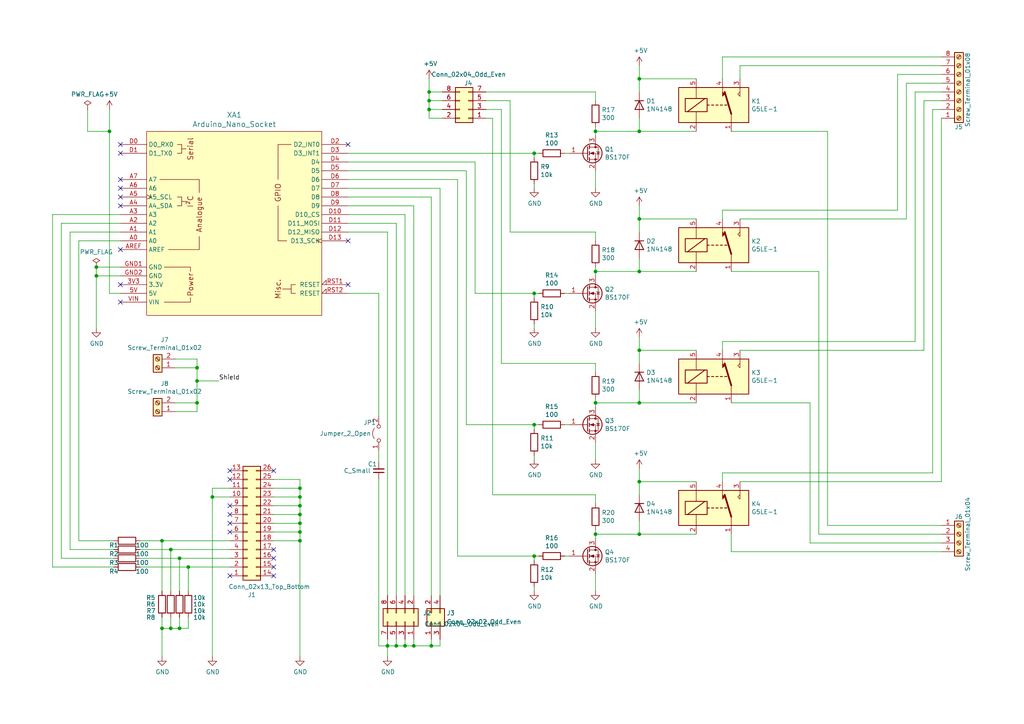
<source format=kicad_sch>
(kicad_sch (version 20200512) (host eeschema "5.99.0-unknown-ad88874~101~ubuntu18.04.1")
  (page 1 1)
  (paper "A4")
  (title_block (title "Omni Trigger Box") (date "2019-08-27") (rev "A") (company "TU Wien"))
  (lib_symbols
    (symbol "Connector:Screw_Terminal_01x02" (pin_names hide)
      (property "Reference" "J" (at 0 2.54 0))
      (property "Value" "Screw_Terminal_01x02" (at 0 -5.08 0))
      (symbol "Screw_Terminal_01x02_1_1"
        (circle (center 0 -2.54) (radius 0.635))
        (circle (center 0 0) (radius 0.635))
        (rectangle (start -1.27 1.27) (end 1.27 -3.81) (stroke (width 0.254)) (fill (type background)))
        (polyline (pts (xy -0.5334 -2.2098) (xy 0.3302 -3.048)))
        (polyline (pts (xy -0.5334 0.3302) (xy 0.3302 -0.508)))
        (polyline (pts (xy -0.3556 -2.032) (xy 0.508 -2.8702)))
        (polyline (pts (xy -0.3556 0.508) (xy 0.508 -0.3302)))
        (pin passive line (at -5.08 0 0) (length 3.81) (name "Pin_1") (number "1"))
        (pin passive line (at -5.08 -2.54 0) (length 3.81) (name "Pin_2") (number "2"))
      )
    )
    (symbol "Connector:Screw_Terminal_01x04" (pin_names hide)
      (property "Reference" "J" (at 0 5.08 0))
      (property "Value" "Screw_Terminal_01x04" (at 0 -7.62 0))
      (symbol "Screw_Terminal_01x04_1_1"
        (circle (center 0 -5.08) (radius 0.635))
        (circle (center 0 -2.54) (radius 0.635))
        (circle (center 0 0) (radius 0.635))
        (circle (center 0 2.54) (radius 0.635))
        (rectangle (start -1.27 3.81) (end 1.27 -6.35) (stroke (width 0.254)) (fill (type background)))
        (polyline (pts (xy -0.5334 -4.7498) (xy 0.3302 -5.588)))
        (polyline (pts (xy -0.5334 -2.2098) (xy 0.3302 -3.048)))
        (polyline (pts (xy -0.5334 0.3302) (xy 0.3302 -0.508)))
        (polyline (pts (xy -0.5334 2.8702) (xy 0.3302 2.032)))
        (polyline (pts (xy -0.3556 -4.572) (xy 0.508 -5.4102)))
        (polyline (pts (xy -0.3556 -2.032) (xy 0.508 -2.8702)))
        (polyline (pts (xy -0.3556 0.508) (xy 0.508 -0.3302)))
        (polyline (pts (xy -0.3556 3.048) (xy 0.508 2.2098)))
        (pin passive line (at -5.08 2.54 0) (length 3.81) (name "Pin_1") (number "1"))
        (pin passive line (at -5.08 0 0) (length 3.81) (name "Pin_2") (number "2"))
        (pin passive line (at -5.08 -2.54 0) (length 3.81) (name "Pin_3") (number "3"))
        (pin passive line (at -5.08 -5.08 0) (length 3.81) (name "Pin_4") (number "4"))
      )
    )
    (symbol "Connector:Screw_Terminal_01x08" (pin_names hide)
      (property "Reference" "J" (at 0 10.16 0))
      (property "Value" "Screw_Terminal_01x08" (at 0 -12.7 0))
      (symbol "Screw_Terminal_01x08_1_1"
        (circle (center 0 -10.16) (radius 0.635))
        (circle (center 0 -7.62) (radius 0.635))
        (circle (center 0 -5.08) (radius 0.635))
        (circle (center 0 -2.54) (radius 0.635))
        (circle (center 0 0) (radius 0.635))
        (circle (center 0 2.54) (radius 0.635))
        (circle (center 0 5.08) (radius 0.635))
        (circle (center 0 7.62) (radius 0.635))
        (rectangle (start -1.27 8.89) (end 1.27 -11.43) (stroke (width 0.254)) (fill (type background)))
        (polyline (pts (xy -0.5334 -9.8298) (xy 0.3302 -10.668)))
        (polyline (pts (xy -0.5334 -7.2898) (xy 0.3302 -8.128)))
        (polyline (pts (xy -0.5334 -4.7498) (xy 0.3302 -5.588)))
        (polyline (pts (xy -0.5334 -2.2098) (xy 0.3302 -3.048)))
        (polyline (pts (xy -0.5334 0.3302) (xy 0.3302 -0.508)))
        (polyline (pts (xy -0.5334 2.8702) (xy 0.3302 2.032)))
        (polyline (pts (xy -0.5334 5.4102) (xy 0.3302 4.572)))
        (polyline (pts (xy -0.5334 7.9502) (xy 0.3302 7.112)))
        (polyline (pts (xy -0.3556 -9.652) (xy 0.508 -10.4902)))
        (polyline (pts (xy -0.3556 -7.112) (xy 0.508 -7.9502)))
        (polyline (pts (xy -0.3556 -4.572) (xy 0.508 -5.4102)))
        (polyline (pts (xy -0.3556 -2.032) (xy 0.508 -2.8702)))
        (polyline (pts (xy -0.3556 0.508) (xy 0.508 -0.3302)))
        (polyline (pts (xy -0.3556 3.048) (xy 0.508 2.2098)))
        (polyline (pts (xy -0.3556 5.588) (xy 0.508 4.7498)))
        (polyline (pts (xy -0.3556 8.128) (xy 0.508 7.2898)))
        (pin passive line (at -5.08 7.62 0) (length 3.81) (name "Pin_1") (number "1"))
        (pin passive line (at -5.08 5.08 0) (length 3.81) (name "Pin_2") (number "2"))
        (pin passive line (at -5.08 2.54 0) (length 3.81) (name "Pin_3") (number "3"))
        (pin passive line (at -5.08 0 0) (length 3.81) (name "Pin_4") (number "4"))
        (pin passive line (at -5.08 -2.54 0) (length 3.81) (name "Pin_5") (number "5"))
        (pin passive line (at -5.08 -5.08 0) (length 3.81) (name "Pin_6") (number "6"))
        (pin passive line (at -5.08 -7.62 0) (length 3.81) (name "Pin_7") (number "7"))
        (pin passive line (at -5.08 -10.16 0) (length 3.81) (name "Pin_8") (number "8"))
      )
    )
    (symbol "Connector_Generic:Conn_02x02_Odd_Even" (pin_names hide)
      (property "Reference" "J" (at 1.27 2.54 0))
      (property "Value" "Conn_02x02_Odd_Even" (at 1.27 -5.08 0))
      (symbol "Conn_02x02_Odd_Even_1_1"
        (rectangle (start -1.27 -2.413) (end 0 -2.667))
        (rectangle (start -1.27 0.127) (end 0 -0.127))
        (rectangle (start -1.27 1.27) (end 3.81 -3.81) (stroke (width 0.254)) (fill (type background)))
        (rectangle (start 3.81 -2.413) (end 2.54 -2.667))
        (rectangle (start 3.81 0.127) (end 2.54 -0.127))
        (pin passive line (at -5.08 0 0) (length 3.81) (name "Pin_1") (number "1"))
        (pin passive line (at 7.62 0 180) (length 3.81) (name "Pin_2") (number "2"))
        (pin passive line (at -5.08 -2.54 0) (length 3.81) (name "Pin_3") (number "3"))
        (pin passive line (at 7.62 -2.54 180) (length 3.81) (name "Pin_4") (number "4"))
      )
    )
    (symbol "Connector_Generic:Conn_02x04_Odd_Even" (pin_names hide)
      (property "Reference" "J" (at 1.27 5.08 0))
      (property "Value" "Conn_02x04_Odd_Even" (at 1.27 -7.62 0))
      (symbol "Conn_02x04_Odd_Even_1_1"
        (rectangle (start -1.27 -4.953) (end 0 -5.207))
        (rectangle (start -1.27 -2.413) (end 0 -2.667))
        (rectangle (start -1.27 2.667) (end 0 2.413))
        (rectangle (start -1.27 3.81) (end 3.81 -6.35) (stroke (width 0.254)) (fill (type background)))
        (rectangle (start -1.27 0.127) (end 0 -0.127))
        (rectangle (start 3.81 -4.953) (end 2.54 -5.207))
        (rectangle (start 3.81 -2.413) (end 2.54 -2.667))
        (rectangle (start 3.81 2.667) (end 2.54 2.413))
        (rectangle (start 3.81 0.127) (end 2.54 -0.127))
        (pin passive line (at -5.08 2.54 0) (length 3.81) (name "Pin_1") (number "1"))
        (pin passive line (at 7.62 2.54 180) (length 3.81) (name "Pin_2") (number "2"))
        (pin passive line (at -5.08 0 0) (length 3.81) (name "Pin_3") (number "3"))
        (pin passive line (at 7.62 0 180) (length 3.81) (name "Pin_4") (number "4"))
        (pin passive line (at -5.08 -2.54 0) (length 3.81) (name "Pin_5") (number "5"))
        (pin passive line (at 7.62 -2.54 180) (length 3.81) (name "Pin_6") (number "6"))
        (pin passive line (at -5.08 -5.08 0) (length 3.81) (name "Pin_7") (number "7"))
        (pin passive line (at 7.62 -5.08 180) (length 3.81) (name "Pin_8") (number "8"))
      )
    )
    (symbol "Connector_Generic:Conn_02x13_Top_Bottom" (pin_names hide)
      (property "Reference" "J" (at 1.27 17.78 0))
      (property "Value" "Conn_02x13_Top_Bottom" (at 1.27 -17.78 0))
      (symbol "Conn_02x13_Top_Bottom_1_1"
        (rectangle (start -1.27 -4.953) (end 0 -5.207))
        (rectangle (start -1.27 -7.493) (end 0 -7.747))
        (rectangle (start -1.27 -10.033) (end 0 -10.287))
        (rectangle (start -1.27 -12.573) (end 0 -12.827))
        (rectangle (start -1.27 -15.113) (end 0 -15.367))
        (rectangle (start -1.27 -2.413) (end 0 -2.667))
        (rectangle (start -1.27 2.667) (end 0 2.413))
        (rectangle (start -1.27 5.207) (end 0 4.953))
        (rectangle (start -1.27 7.747) (end 0 7.493))
        (rectangle (start -1.27 10.287) (end 0 10.033))
        (rectangle (start -1.27 0.127) (end 0 -0.127))
        (rectangle (start -1.27 12.827) (end 0 12.573))
        (rectangle (start -1.27 15.367) (end 0 15.113))
        (rectangle (start -1.27 16.51) (end 3.81 -16.51) (stroke (width 0.254)) (fill (type background)))
        (rectangle (start 3.81 -4.953) (end 2.54 -5.207))
        (rectangle (start 3.81 -7.493) (end 2.54 -7.747))
        (rectangle (start 3.81 -10.033) (end 2.54 -10.287))
        (rectangle (start 3.81 -12.573) (end 2.54 -12.827))
        (rectangle (start 3.81 -15.113) (end 2.54 -15.367))
        (rectangle (start 3.81 -2.413) (end 2.54 -2.667))
        (rectangle (start 3.81 2.667) (end 2.54 2.413))
        (rectangle (start 3.81 5.207) (end 2.54 4.953))
        (rectangle (start 3.81 7.747) (end 2.54 7.493))
        (rectangle (start 3.81 10.287) (end 2.54 10.033))
        (rectangle (start 3.81 0.127) (end 2.54 -0.127))
        (rectangle (start 3.81 12.827) (end 2.54 12.573))
        (rectangle (start 3.81 15.367) (end 2.54 15.113))
        (pin passive line (at -5.08 15.24 0) (length 3.81) (name "Pin_1") (number "1"))
        (pin passive line (at -5.08 -7.62 0) (length 3.81) (name "Pin_10") (number "10"))
        (pin passive line (at -5.08 -10.16 0) (length 3.81) (name "Pin_11") (number "11"))
        (pin passive line (at -5.08 -12.7 0) (length 3.81) (name "Pin_12") (number "12"))
        (pin passive line (at -5.08 -15.24 0) (length 3.81) (name "Pin_13") (number "13"))
        (pin passive line (at 7.62 15.24 180) (length 3.81) (name "Pin_14") (number "14"))
        (pin passive line (at 7.62 12.7 180) (length 3.81) (name "Pin_15") (number "15"))
        (pin passive line (at 7.62 10.16 180) (length 3.81) (name "Pin_16") (number "16"))
        (pin passive line (at 7.62 7.62 180) (length 3.81) (name "Pin_17") (number "17"))
        (pin passive line (at 7.62 5.08 180) (length 3.81) (name "Pin_18") (number "18"))
        (pin passive line (at 7.62 2.54 180) (length 3.81) (name "Pin_19") (number "19"))
        (pin passive line (at -5.08 12.7 0) (length 3.81) (name "Pin_2") (number "2"))
        (pin passive line (at 7.62 0 180) (length 3.81) (name "Pin_20") (number "20"))
        (pin passive line (at 7.62 -2.54 180) (length 3.81) (name "Pin_21") (number "21"))
        (pin passive line (at 7.62 -5.08 180) (length 3.81) (name "Pin_22") (number "22"))
        (pin passive line (at 7.62 -7.62 180) (length 3.81) (name "Pin_23") (number "23"))
        (pin passive line (at 7.62 -10.16 180) (length 3.81) (name "Pin_24") (number "24"))
        (pin passive line (at 7.62 -12.7 180) (length 3.81) (name "Pin_25") (number "25"))
        (pin passive line (at 7.62 -15.24 180) (length 3.81) (name "Pin_26") (number "26"))
        (pin passive line (at -5.08 10.16 0) (length 3.81) (name "Pin_3") (number "3"))
        (pin passive line (at -5.08 7.62 0) (length 3.81) (name "Pin_4") (number "4"))
        (pin passive line (at -5.08 5.08 0) (length 3.81) (name "Pin_5") (number "5"))
        (pin passive line (at -5.08 2.54 0) (length 3.81) (name "Pin_6") (number "6"))
        (pin passive line (at -5.08 0 0) (length 3.81) (name "Pin_7") (number "7"))
        (pin passive line (at -5.08 -2.54 0) (length 3.81) (name "Pin_8") (number "8"))
        (pin passive line (at -5.08 -5.08 0) (length 3.81) (name "Pin_9") (number "9"))
      )
    )
    (symbol "Device:C_Small" (pin_numbers hide) (pin_names (offset 0.254) hide)
      (property "Reference" "C" (at 0.254 1.778 0))
      (property "Value" "C_Small" (at 0.254 -2.032 0))
      (symbol "C_Small_0_1"
        (polyline (pts (xy -1.524 -0.508) (xy 1.524 -0.508)) (stroke (width 0.3302)))
        (polyline (pts (xy -1.524 0.508) (xy 1.524 0.508)) (stroke (width 0.3048)))
      )
      (symbol "C_Small_1_1"
        (pin passive line (at 0 2.54 270) (length 2.032) (name "~") (number "1"))
        (pin passive line (at 0 -2.54 90) (length 2.032) (name "~") (number "2"))
      )
    )
    (symbol "Device:R" (pin_numbers hide) (pin_names (offset 0))
      (property "Reference" "R" (at 2.032 0 90))
      (property "Value" "R" (at 0 0 90))
      (symbol "R_0_1"
        (rectangle (start -1.016 -2.54) (end 1.016 2.54) (stroke (width 0.254)))
      )
      (symbol "R_1_1"
        (pin passive line (at 0 3.81 270) (length 1.27) (name "~") (number "1"))
        (pin passive line (at 0 -3.81 90) (length 1.27) (name "~") (number "2"))
      )
    )
    (symbol "Diode:1N4148" (pin_numbers hide) (pin_names hide)
      (property "Reference" "D" (at 0 2.54 0))
      (property "Value" "1N4148" (at 0 -2.54 0))
      (symbol "1N4148_0_1"
        (polyline (pts (xy -1.27 1.27) (xy -1.27 -1.27)) (stroke (width 0.254)))
        (polyline (pts (xy 1.27 0) (xy -1.27 0)))
        (polyline (pts (xy 1.27 1.27) (xy 1.27 -1.27) (xy -1.27 0) (xy 1.27 1.27)) (stroke (width 0.254)))
      )
      (symbol "1N4148_1_1"
        (pin passive line (at -3.81 0 0) (length 2.54) (name "K") (number "1"))
        (pin passive line (at 3.81 0 180) (length 2.54) (name "A") (number "2"))
      )
    )
    (symbol "Jumper:Jumper_2_Open" (pin_names (offset 0) hide)
      (property "Reference" "JP" (at 0 2.794 0))
      (property "Value" "Jumper_2_Open" (at 0 -2.286 0))
      (symbol "Jumper_2_Open_0_1"
        (arc (start -1.524 1.27) (end 1.524 1.27) (radius (at 0 -0.762) (length 2.54) (angles 126.9 53.1)))
      )
      (symbol "Jumper_2_Open_0_0"
        (circle (center -2.032 0) (radius 0.508))
        (circle (center 2.032 0) (radius 0.508))
      )
      (symbol "Jumper_2_Open_1_1"
        (pin passive line (at -5.08 0 0) (length 2.54) (name "A") (number "1"))
        (pin passive line (at 5.08 0 180) (length 2.54) (name "B") (number "2"))
      )
    )
    (symbol "Relay:G5LE-1" (pin_names (offset 0.508))
      (property "Reference" "K" (at 11.43 3.81 0))
      (property "Value" "G5LE-1" (at 11.43 1.27 0))
      (symbol "G5LE-1_0_1"
        (rectangle (start -10.16 5.08) (end 10.16 -5.08) (stroke (width 0.254)) (fill (type background)))
        (rectangle (start -8.255 1.905) (end -1.905 -1.905) (stroke (width 0.254)))
        (polyline (pts (xy -7.62 -1.905) (xy -2.54 1.905)) (stroke (width 0.254)))
        (polyline (pts (xy -5.08 -5.08) (xy -5.08 -1.905)))
        (polyline (pts (xy -5.08 5.08) (xy -5.08 1.905)))
        (polyline (pts (xy -1.905 0) (xy -1.27 0)) (stroke (width 0.254)))
        (polyline (pts (xy -0.635 0) (xy 0 0)) (stroke (width 0.254)))
        (polyline (pts (xy 0.635 0) (xy 1.27 0)) (stroke (width 0.254)))
        (polyline (pts (xy 1.905 0) (xy 2.54 0)) (stroke (width 0.254)))
        (polyline (pts (xy 3.175 0) (xy 3.81 0)) (stroke (width 0.254)))
        (polyline (pts (xy 5.08 -2.54) (xy 3.175 3.81)) (stroke (width 0.508)))
        (polyline (pts (xy 5.08 -2.54) (xy 5.08 -5.08)))
        (polyline (pts (xy 2.54 5.08) (xy 2.54 2.54) (xy 3.175 3.175) (xy 2.54 3.81)) (fill (type outline)))
      )
      (symbol "G5LE-1_0_0"
        (polyline (pts (xy 7.62 5.08) (xy 7.62 2.54) (xy 6.985 3.175) (xy 7.62 3.81)))
      )
      (symbol "G5LE-1_1_1"
        (pin passive line (at 5.08 -7.62 90) (length 2.54) (name "~") (number "1"))
        (pin passive line (at -5.08 -7.62 90) (length 2.54) (name "~") (number "2"))
        (pin passive line (at 7.62 7.62 270) (length 2.54) (name "~") (number "3"))
        (pin passive line (at 2.54 7.62 270) (length 2.54) (name "~") (number "4"))
        (pin passive line (at -5.08 7.62 270) (length 2.54) (name "~") (number "5"))
      )
    )
    (symbol "Transistor_FET:BS170F" (pin_names (offset 0.508) hide)
      (property "Reference" "Q" (at 5.08 1.905 0))
      (property "Value" "BS170F" (at 5.08 0 0))
      (symbol "BS170F_0_1"
        (circle (center 1.651 0) (radius 2.794) (stroke (width 0.254)))
        (circle (center 2.54 -1.778) (radius 0.254) (fill (type outline)))
        (circle (center 2.54 1.778) (radius 0.254) (fill (type outline)))
        (polyline (pts (xy 0.254 0) (xy -2.54 0)))
        (polyline (pts (xy 0.254 1.905) (xy 0.254 -1.905)) (stroke (width 0.254)))
        (polyline (pts (xy 0.762 -1.27) (xy 0.762 -2.286)) (stroke (width 0.254)))
        (polyline (pts (xy 0.762 0.508) (xy 0.762 -0.508)) (stroke (width 0.254)))
        (polyline (pts (xy 0.762 2.286) (xy 0.762 1.27)) (stroke (width 0.254)))
        (polyline (pts (xy 2.54 2.54) (xy 2.54 1.778)))
        (polyline (pts (xy 2.54 -2.54) (xy 2.54 0) (xy 0.762 0)))
        (polyline (pts (xy 0.762 -1.778) (xy 3.302 -1.778) (xy 3.302 1.778) (xy 0.762 1.778)))
        (polyline (pts (xy 1.016 0) (xy 2.032 0.381) (xy 2.032 -0.381) (xy 1.016 0)) (fill (type outline)))
        (polyline (pts (xy 2.794 0.508) (xy 2.921 0.381) (xy 3.683 0.381) (xy 3.81 0.254)))
        (polyline (pts (xy 3.302 0.381) (xy 2.921 -0.254) (xy 3.683 -0.254) (xy 3.302 0.381)))
      )
      (symbol "BS170F_1_1"
        (pin input line (at -5.08 0 0) (length 2.54) (name "G") (number "1"))
        (pin passive line (at 2.54 -5.08 90) (length 2.54) (name "S") (number "2"))
        (pin passive line (at 2.54 5.08 270) (length 2.54) (name "D") (number "3"))
      )
    )
    (symbol "arduino:Arduino_Nano_Socket"
      (property "Reference" "XA" (at 2.54 0 90))
      (property "Value" "Arduino_Nano_Socket" (at -2.54 0 90))
      (symbol "Arduino_Nano_Socket_0_0"
        (text "Analogue" (at -10.16 2.54 900) (effects (font (size 1.524 1.524))))
        (text "I²C" (at -12.7 6.35 900) (effects (font (size 1.524 1.524))))
        (text "Misc." (at 12.7 -19.05 900) (effects (font (size 1.524 1.524))))
        (text "Power" (at -12.7 -17.78 900) (effects (font (size 1.524 1.524))))
        (text "Serial" (at -12.7 21.59 900) (effects (font (size 1.524 1.524))))
        (rectangle (start -25.4 26.67) (end 25.4 -26.67) (fill (type background)))
        (polyline (pts (xy -15.24 6.35) (xy -13.97 6.35)))
        (polyline (pts (xy -15.24 21.59) (xy -13.97 21.59)))
        (polyline (pts (xy 16.51 -19.05) (xy 13.97 -19.05)))
        (polyline (pts (xy -20.32 -22.86) (xy -12.7 -22.86) (xy -12.7 -21.59)))
        (polyline (pts (xy -12.7 -13.97) (xy -12.7 -12.7) (xy -20.32 -12.7)))
        (polyline (pts (xy -16.51 7.62) (xy -15.24 7.62) (xy -15.24 5.08) (xy -16.51 5.08)))
        (polyline (pts (xy -16.51 22.86) (xy -15.24 22.86) (xy -15.24 20.32) (xy -16.51 20.32)))
      )
      (symbol "Arduino_Nano_Socket_1_0"
        (text "GPIO" (at 12.7 8.89 900) (effects (font (size 1.524 1.524))))
      )
      (symbol "Arduino_Nano_Socket_0_1"
        (polyline (pts (xy -21.59 12.7) (xy -10.16 12.7) (xy -10.16 8.89)))
        (polyline (pts (xy -19.05 -7.62) (xy -10.16 -7.62) (xy -10.16 -3.81)))
        (polyline (pts (xy 15.24 -5.08) (xy 12.7 -5.08) (xy 12.7 5.08)))
        (polyline (pts (xy 16.51 22.86) (xy 12.7 22.86) (xy 12.7 12.7)))
        (polyline (pts (xy 17.78 -17.78) (xy 16.51 -17.78) (xy 16.51 -20.32) (xy 17.78 -20.32)))
      )
      (symbol "Arduino_Nano_Socket_1_1"
        (pin power_in line (at -33.02 -17.78 0) (length 7.62) (name "3.3V") (number "3V3"))
        (pin power_in line (at -33.02 -20.32 0) (length 7.62) (name "5V") (number "5V"))
        (pin bidirectional line (at -33.02 -5.08 0) (length 7.62) (name "A0") (number "A0"))
        (pin bidirectional line (at -33.02 -2.54 0) (length 7.62) (name "A1") (number "A1"))
        (pin bidirectional line (at -33.02 0 0) (length 7.62) (name "A2") (number "A2"))
        (pin bidirectional line (at -33.02 2.54 0) (length 7.62) (name "A3") (number "A3"))
        (pin bidirectional line (at -33.02 5.08 0) (length 7.62) (name "A4_SDA") (number "A4"))
        (pin bidirectional clock (at -33.02 7.62 0) (length 7.62) (name "A5_SCL") (number "A5"))
        (pin input line (at -33.02 10.16 0) (length 7.62) (name "A6") (number "A6"))
        (pin input line (at -33.02 12.7 0) (length 7.62) (name "A7") (number "A7"))
        (pin input line (at -33.02 -7.62 0) (length 7.62) (name "AREF") (number "AREF"))
        (pin bidirectional line (at -33.02 22.86 0) (length 7.62) (name "D0_RX0") (number "D0"))
        (pin bidirectional line (at -33.02 20.32 0) (length 7.62) (name "D1_TX0") (number "D1"))
        (pin bidirectional line (at 33.02 2.54 180) (length 7.62) (name "D10_CS") (number "D10"))
        (pin bidirectional line (at 33.02 0 180) (length 7.62) (name "D11_MOSI") (number "D11"))
        (pin bidirectional line (at 33.02 -2.54 180) (length 7.62) (name "D12_MISO") (number "D12"))
        (pin bidirectional clock (at 33.02 -5.08 180) (length 7.62) (name "D13_SCK") (number "D13"))
        (pin bidirectional line (at 33.02 22.86 180) (length 7.62) (name "D2_INT0") (number "D2"))
        (pin bidirectional line (at 33.02 20.32 180) (length 7.62) (name "D3_INT1") (number "D3"))
        (pin bidirectional line (at 33.02 17.78 180) (length 7.62) (name "D4") (number "D4"))
        (pin bidirectional line (at 33.02 15.24 180) (length 7.62) (name "D5") (number "D5"))
        (pin bidirectional line (at 33.02 12.7 180) (length 7.62) (name "D6") (number "D6"))
        (pin bidirectional line (at 33.02 10.16 180) (length 7.62) (name "D7") (number "D7"))
        (pin bidirectional line (at 33.02 7.62 180) (length 7.62) (name "D8") (number "D8"))
        (pin bidirectional line (at 33.02 5.08 180) (length 7.62) (name "D9") (number "D9"))
        (pin power_in line (at -33.02 -12.7 0) (length 7.62) (name "GND") (number "GND1"))
        (pin power_in line (at -33.02 -15.24 0) (length 7.62) (name "GND") (number "GND2"))
        (pin open_collector input_low (at 33.02 -17.78 180) (length 7.62) (name "RESET") (number "RST1"))
        (pin open_collector input_low (at 33.02 -20.32 180) (length 7.62) (name "RESET") (number "RST2"))
        (pin power_in line (at -33.02 -22.86 0) (length 7.62) (name "VIN") (number "VIN"))
      )
    )
    (symbol "power:+5V" (power) (pin_names (offset 0))
      (property "Value" "+5V" (at 0 3.556 0))
      (symbol "+5V_0_1"
        (polyline (pts (xy -0.762 1.27) (xy 0 2.54)))
        (polyline (pts (xy 0 0) (xy 0 2.54)))
        (polyline (pts (xy 0 2.54) (xy 0.762 1.27)))
      )
      (symbol "+5V_1_1"
        (pin power_in line (at 0 0 90) (length 0) (name "+5V") (number "1") hide)
      )
    )
    (symbol "power:GND" (power) (pin_names (offset 0))
      (property "Value" "GND" (at 0 -3.81 0))
      (symbol "GND_0_1"
        (polyline (pts (xy 0 0) (xy 0 -1.27) (xy 1.27 -1.27) (xy 0 -2.54) (xy -1.27 -1.27) (xy 0 -1.27)))
      )
      (symbol "GND_1_1"
        (pin power_in line (at 0 0 270) (length 0) (name "GND") (number "1") hide)
      )
    )
    (symbol "power:PWR_FLAG" (power) (pin_numbers hide) (pin_names (offset 0) hide)
      (property "Value" "PWR_FLAG" (at 0 3.81 0))
      (symbol "PWR_FLAG_0_1"
        (polyline (pts (xy 0 0) (xy 0 1.27) (xy -1.016 1.905) (xy 0 2.54) (xy 1.016 1.905) (xy 0 1.27)))
      )
      (symbol "PWR_FLAG_0_0"
        (pin power_out line (at 0 0 90) (length 0) (name "pwr") (number "1"))
      )
    )
  )
  (junction (at 27.94 77.47))
  (junction (at 27.94 80.01))
  (junction (at 31.75 38.1))
  (junction (at 46.99 156.845))
  (junction (at 46.99 182.245))
  (junction (at 49.53 159.385))
  (junction (at 49.53 182.245))
  (junction (at 52.07 161.925))
  (junction (at 52.07 182.245))
  (junction (at 54.61 164.465))
  (junction (at 57.15 106.68))
  (junction (at 57.15 110.49))
  (junction (at 57.15 116.84))
  (junction (at 61.595 144.145))
  (junction (at 86.995 141.605))
  (junction (at 86.995 144.145))
  (junction (at 86.995 146.685))
  (junction (at 86.995 149.225))
  (junction (at 86.995 151.765))
  (junction (at 86.995 154.305))
  (junction (at 86.995 156.845))
  (junction (at 112.395 187.325))
  (junction (at 114.935 187.325))
  (junction (at 117.475 187.325))
  (junction (at 120.015 187.325))
  (junction (at 124.46 26.67))
  (junction (at 124.46 29.21))
  (junction (at 124.46 31.75))
  (junction (at 125.095 187.325))
  (junction (at 154.94 44.45))
  (junction (at 154.94 85.09))
  (junction (at 154.94 123.19))
  (junction (at 154.94 161.29))
  (junction (at 172.72 38.1))
  (junction (at 172.72 78.74))
  (junction (at 172.72 116.84))
  (junction (at 172.72 154.94))
  (junction (at 185.42 22.86))
  (junction (at 185.42 38.1))
  (junction (at 185.42 63.5))
  (junction (at 185.42 78.74))
  (junction (at 185.42 101.6))
  (junction (at 185.42 116.84))
  (junction (at 185.42 139.7))
  (junction (at 185.42 154.94))
  (no_connect (at 79.375 159.385))
  (no_connect (at 66.675 151.765))
  (no_connect (at 66.675 146.685))
  (no_connect (at 79.375 161.925))
  (no_connect (at 34.925 87.63))
  (no_connect (at 79.375 136.525))
  (no_connect (at 100.965 41.91))
  (no_connect (at 34.925 44.45))
  (no_connect (at 100.965 69.85))
  (no_connect (at 34.925 41.91))
  (no_connect (at 34.925 72.39))
  (no_connect (at 66.675 139.065))
  (no_connect (at 79.375 167.005))
  (no_connect (at 79.375 164.465))
  (no_connect (at 66.675 136.525))
  (no_connect (at 34.925 52.07))
  (no_connect (at 34.925 54.61))
  (no_connect (at 66.675 149.225))
  (no_connect (at 66.675 154.305))
  (no_connect (at 66.675 167.005))
  (no_connect (at 34.925 57.15))
  (no_connect (at 100.965 82.55))
  (no_connect (at 34.925 59.69))
  (no_connect (at 34.925 82.55))
  (wire (pts (xy 15.24 62.23) (xy 15.24 164.465)))
  (wire (pts (xy 15.24 62.23) (xy 34.925 62.23)))
  (wire (pts (xy 15.24 164.465) (xy 33.02 164.465)))
  (wire (pts (xy 17.78 64.77) (xy 17.78 161.925)))
  (wire (pts (xy 17.78 64.77) (xy 34.925 64.77)))
  (wire (pts (xy 17.78 161.925) (xy 33.02 161.925)))
  (wire (pts (xy 20.32 67.31) (xy 20.32 159.385)))
  (wire (pts (xy 20.32 67.31) (xy 34.925 67.31)))
  (wire (pts (xy 20.32 159.385) (xy 33.02 159.385)))
  (wire (pts (xy 22.86 69.85) (xy 22.86 156.845)))
  (wire (pts (xy 22.86 69.85) (xy 34.925 69.85)))
  (wire (pts (xy 22.86 156.845) (xy 33.02 156.845)))
  (wire (pts (xy 25.4 31.75) (xy 25.4 38.1)))
  (wire (pts (xy 25.4 38.1) (xy 31.75 38.1)))
  (wire (pts (xy 27.94 77.47) (xy 27.94 80.01)))
  (wire (pts (xy 27.94 80.01) (xy 27.94 95.25)))
  (wire (pts (xy 27.94 80.01) (xy 34.925 80.01)))
  (wire (pts (xy 31.75 31.75) (xy 31.75 38.1)))
  (wire (pts (xy 31.75 38.1) (xy 31.75 85.09)))
  (wire (pts (xy 34.925 77.47) (xy 27.94 77.47)))
  (wire (pts (xy 34.925 85.09) (xy 31.75 85.09)))
  (wire (pts (xy 40.64 156.845) (xy 46.99 156.845)))
  (wire (pts (xy 40.64 159.385) (xy 49.53 159.385)))
  (wire (pts (xy 40.64 161.925) (xy 52.07 161.925)))
  (wire (pts (xy 40.64 164.465) (xy 54.61 164.465)))
  (wire (pts (xy 46.99 156.845) (xy 46.99 171.45)))
  (wire (pts (xy 46.99 156.845) (xy 66.675 156.845)))
  (wire (pts (xy 46.99 182.245) (xy 46.99 179.07)))
  (wire (pts (xy 46.99 182.245) (xy 46.99 190.5)))
  (wire (pts (xy 46.99 182.245) (xy 49.53 182.245)))
  (wire (pts (xy 49.53 159.385) (xy 49.53 171.45)))
  (wire (pts (xy 49.53 159.385) (xy 66.675 159.385)))
  (wire (pts (xy 49.53 179.07) (xy 49.53 182.245)))
  (wire (pts (xy 49.53 182.245) (xy 52.07 182.245)))
  (wire (pts (xy 50.8 104.14) (xy 57.15 104.14)))
  (wire (pts (xy 50.8 106.68) (xy 57.15 106.68)))
  (wire (pts (xy 50.8 116.84) (xy 57.15 116.84)))
  (wire (pts (xy 50.8 119.38) (xy 57.15 119.38)))
  (wire (pts (xy 52.07 161.925) (xy 66.675 161.925)))
  (wire (pts (xy 52.07 171.45) (xy 52.07 161.925)))
  (wire (pts (xy 52.07 179.07) (xy 52.07 182.245)))
  (wire (pts (xy 52.07 182.245) (xy 54.61 182.245)))
  (wire (pts (xy 54.61 164.465) (xy 54.61 171.45)))
  (wire (pts (xy 54.61 164.465) (xy 66.675 164.465)))
  (wire (pts (xy 54.61 179.07) (xy 54.61 182.245)))
  (wire (pts (xy 57.15 104.14) (xy 57.15 106.68)))
  (wire (pts (xy 57.15 106.68) (xy 57.15 110.49)))
  (wire (pts (xy 57.15 110.49) (xy 57.15 116.84)))
  (wire (pts (xy 57.15 110.49) (xy 63.5 110.49)))
  (wire (pts (xy 57.15 119.38) (xy 57.15 116.84)))
  (wire (pts (xy 61.595 141.605) (xy 61.595 144.145)))
  (wire (pts (xy 61.595 144.145) (xy 61.595 190.5)))
  (wire (pts (xy 61.595 144.145) (xy 66.675 144.145)))
  (wire (pts (xy 66.675 141.605) (xy 61.595 141.605)))
  (wire (pts (xy 79.375 139.065) (xy 86.995 139.065)))
  (wire (pts (xy 79.375 141.605) (xy 86.995 141.605)))
  (wire (pts (xy 79.375 144.145) (xy 86.995 144.145)))
  (wire (pts (xy 79.375 146.685) (xy 86.995 146.685)))
  (wire (pts (xy 79.375 149.225) (xy 86.995 149.225)))
  (wire (pts (xy 79.375 151.765) (xy 86.995 151.765)))
  (wire (pts (xy 79.375 154.305) (xy 86.995 154.305)))
  (wire (pts (xy 79.375 156.845) (xy 86.995 156.845)))
  (wire (pts (xy 86.995 139.065) (xy 86.995 141.605)))
  (wire (pts (xy 86.995 141.605) (xy 86.995 144.145)))
  (wire (pts (xy 86.995 144.145) (xy 86.995 146.685)))
  (wire (pts (xy 86.995 146.685) (xy 86.995 149.225)))
  (wire (pts (xy 86.995 149.225) (xy 86.995 151.765)))
  (wire (pts (xy 86.995 151.765) (xy 86.995 154.305)))
  (wire (pts (xy 86.995 154.305) (xy 86.995 156.845)))
  (wire (pts (xy 86.995 156.845) (xy 86.995 190.5)))
  (wire (pts (xy 100.965 44.45) (xy 154.94 44.45)))
  (wire (pts (xy 100.965 46.99) (xy 137.795 46.99)))
  (wire (pts (xy 100.965 49.53) (xy 135.255 49.53)))
  (wire (pts (xy 100.965 52.07) (xy 132.715 52.07)))
  (wire (pts (xy 100.965 54.61) (xy 127.635 54.61)))
  (wire (pts (xy 100.965 57.15) (xy 125.095 57.15)))
  (wire (pts (xy 100.965 59.69) (xy 120.015 59.69)))
  (wire (pts (xy 100.965 62.23) (xy 117.475 62.23)))
  (wire (pts (xy 100.965 64.77) (xy 114.935 64.77)))
  (wire (pts (xy 100.965 67.31) (xy 112.395 67.31)))
  (wire (pts (xy 109.855 85.09) (xy 100.965 85.09)))
  (wire (pts (xy 109.855 85.09) (xy 109.855 120.65)))
  (wire (pts (xy 109.855 130.81) (xy 109.855 133.985)))
  (wire (pts (xy 109.855 139.065) (xy 109.855 187.325)))
  (wire (pts (xy 109.855 187.325) (xy 112.395 187.325)))
  (wire (pts (xy 112.395 172.72) (xy 112.395 67.31)))
  (wire (pts (xy 112.395 185.42) (xy 112.395 187.325)))
  (wire (pts (xy 112.395 187.325) (xy 112.395 190.5)))
  (wire (pts (xy 114.935 64.77) (xy 114.935 172.72)))
  (wire (pts (xy 114.935 185.42) (xy 114.935 187.325)))
  (wire (pts (xy 114.935 187.325) (xy 112.395 187.325)))
  (wire (pts (xy 117.475 62.23) (xy 117.475 172.72)))
  (wire (pts (xy 117.475 185.42) (xy 117.475 187.325)))
  (wire (pts (xy 117.475 187.325) (xy 114.935 187.325)))
  (wire (pts (xy 120.015 172.72) (xy 120.015 59.69)))
  (wire (pts (xy 120.015 185.42) (xy 120.015 187.325)))
  (wire (pts (xy 120.015 187.325) (xy 117.475 187.325)))
  (wire (pts (xy 124.46 26.67) (xy 124.46 22.86)))
  (wire (pts (xy 124.46 29.21) (xy 124.46 26.67)))
  (wire (pts (xy 124.46 29.21) (xy 128.27 29.21)))
  (wire (pts (xy 124.46 31.75) (xy 124.46 29.21)))
  (wire (pts (xy 124.46 34.29) (xy 124.46 31.75)))
  (wire (pts (xy 125.095 57.15) (xy 125.095 172.72)))
  (wire (pts (xy 125.095 185.42) (xy 125.095 187.325)))
  (wire (pts (xy 125.095 187.325) (xy 120.015 187.325)))
  (wire (pts (xy 127.635 172.72) (xy 127.635 54.61)))
  (wire (pts (xy 127.635 185.42) (xy 127.635 187.325)))
  (wire (pts (xy 127.635 187.325) (xy 125.095 187.325)))
  (wire (pts (xy 128.27 26.67) (xy 124.46 26.67)))
  (wire (pts (xy 128.27 31.75) (xy 124.46 31.75)))
  (wire (pts (xy 128.27 34.29) (xy 124.46 34.29)))
  (wire (pts (xy 132.715 161.29) (xy 132.715 52.07)))
  (wire (pts (xy 132.715 161.29) (xy 154.94 161.29)))
  (wire (pts (xy 135.255 49.53) (xy 135.255 123.19)))
  (wire (pts (xy 135.255 123.19) (xy 154.94 123.19)))
  (wire (pts (xy 137.795 46.99) (xy 137.795 85.09)))
  (wire (pts (xy 137.795 85.09) (xy 154.94 85.09)))
  (wire (pts (xy 140.97 26.67) (xy 172.72 26.67)))
  (wire (pts (xy 140.97 29.21) (xy 147.955 29.21)))
  (wire (pts (xy 140.97 31.75) (xy 145.415 31.75)))
  (wire (pts (xy 140.97 34.29) (xy 142.875 34.29)))
  (wire (pts (xy 142.875 34.29) (xy 142.875 143.51)))
  (wire (pts (xy 142.875 143.51) (xy 172.72 143.51)))
  (wire (pts (xy 145.415 31.75) (xy 145.415 105.41)))
  (wire (pts (xy 145.415 105.41) (xy 172.72 105.41)))
  (wire (pts (xy 147.955 29.21) (xy 147.955 67.31)))
  (wire (pts (xy 147.955 67.31) (xy 172.72 67.31)))
  (wire (pts (xy 154.94 44.45) (xy 154.94 45.72)))
  (wire (pts (xy 154.94 53.34) (xy 154.94 54.61)))
  (wire (pts (xy 154.94 85.09) (xy 154.94 86.36)))
  (wire (pts (xy 154.94 93.98) (xy 154.94 95.25)))
  (wire (pts (xy 154.94 123.19) (xy 154.94 124.46)))
  (wire (pts (xy 154.94 132.08) (xy 154.94 133.35)))
  (wire (pts (xy 154.94 161.29) (xy 154.94 162.56)))
  (wire (pts (xy 154.94 170.18) (xy 154.94 171.45)))
  (wire (pts (xy 156.21 44.45) (xy 154.94 44.45)))
  (wire (pts (xy 156.21 85.09) (xy 154.94 85.09)))
  (wire (pts (xy 156.21 123.19) (xy 154.94 123.19)))
  (wire (pts (xy 156.21 161.29) (xy 154.94 161.29)))
  (wire (pts (xy 165.1 44.45) (xy 163.83 44.45)))
  (wire (pts (xy 165.1 85.09) (xy 163.83 85.09)))
  (wire (pts (xy 165.1 123.19) (xy 163.83 123.19)))
  (wire (pts (xy 165.1 161.29) (xy 163.83 161.29)))
  (wire (pts (xy 172.72 26.67) (xy 172.72 29.21)))
  (wire (pts (xy 172.72 36.83) (xy 172.72 38.1)))
  (wire (pts (xy 172.72 38.1) (xy 172.72 39.37)))
  (wire (pts (xy 172.72 49.53) (xy 172.72 54.61)))
  (wire (pts (xy 172.72 69.85) (xy 172.72 67.31)))
  (wire (pts (xy 172.72 77.47) (xy 172.72 78.74)))
  (wire (pts (xy 172.72 78.74) (xy 172.72 80.01)))
  (wire (pts (xy 172.72 90.17) (xy 172.72 95.25)))
  (wire (pts (xy 172.72 107.95) (xy 172.72 105.41)))
  (wire (pts (xy 172.72 115.57) (xy 172.72 116.84)))
  (wire (pts (xy 172.72 116.84) (xy 172.72 118.11)))
  (wire (pts (xy 172.72 128.27) (xy 172.72 133.35)))
  (wire (pts (xy 172.72 146.05) (xy 172.72 143.51)))
  (wire (pts (xy 172.72 153.67) (xy 172.72 154.94)))
  (wire (pts (xy 172.72 154.94) (xy 172.72 156.21)))
  (wire (pts (xy 172.72 166.37) (xy 172.72 171.45)))
  (wire (pts (xy 185.42 22.86) (xy 185.42 19.05)))
  (wire (pts (xy 185.42 22.86) (xy 185.42 26.67)))
  (wire (pts (xy 185.42 38.1) (xy 172.72 38.1)))
  (wire (pts (xy 185.42 38.1) (xy 185.42 34.29)))
  (wire (pts (xy 185.42 63.5) (xy 185.42 59.69)))
  (wire (pts (xy 185.42 63.5) (xy 185.42 67.31)))
  (wire (pts (xy 185.42 78.74) (xy 172.72 78.74)))
  (wire (pts (xy 185.42 78.74) (xy 185.42 74.93)))
  (wire (pts (xy 185.42 101.6) (xy 185.42 97.79)))
  (wire (pts (xy 185.42 101.6) (xy 185.42 105.41)))
  (wire (pts (xy 185.42 116.84) (xy 172.72 116.84)))
  (wire (pts (xy 185.42 116.84) (xy 185.42 113.03)))
  (wire (pts (xy 185.42 139.7) (xy 185.42 135.89)))
  (wire (pts (xy 185.42 139.7) (xy 185.42 143.51)))
  (wire (pts (xy 185.42 154.94) (xy 172.72 154.94)))
  (wire (pts (xy 185.42 154.94) (xy 185.42 151.13)))
  (wire (pts (xy 201.93 22.86) (xy 185.42 22.86)))
  (wire (pts (xy 201.93 38.1) (xy 185.42 38.1)))
  (wire (pts (xy 201.93 63.5) (xy 185.42 63.5)))
  (wire (pts (xy 201.93 78.74) (xy 185.42 78.74)))
  (wire (pts (xy 201.93 101.6) (xy 185.42 101.6)))
  (wire (pts (xy 201.93 116.84) (xy 185.42 116.84)))
  (wire (pts (xy 201.93 139.7) (xy 185.42 139.7)))
  (wire (pts (xy 201.93 154.94) (xy 185.42 154.94)))
  (wire (pts (xy 209.55 16.51) (xy 273.05 16.51)))
  (wire (pts (xy 209.55 22.86) (xy 209.55 16.51)))
  (wire (pts (xy 209.55 60.96) (xy 209.55 63.5)))
  (wire (pts (xy 209.55 99.06) (xy 209.55 101.6)))
  (wire (pts (xy 209.55 99.06) (xy 265.43 99.06)))
  (wire (pts (xy 209.55 137.16) (xy 209.55 139.7)))
  (wire (pts (xy 212.09 38.1) (xy 240.03 38.1)))
  (wire (pts (xy 212.09 160.02) (xy 212.09 154.94)))
  (wire (pts (xy 212.09 160.02) (xy 273.05 160.02)))
  (wire (pts (xy 214.63 19.05) (xy 214.63 22.86)))
  (wire (pts (xy 234.95 116.84) (xy 212.09 116.84)))
  (wire (pts (xy 234.95 116.84) (xy 234.95 157.48)))
  (wire (pts (xy 237.49 78.74) (xy 212.09 78.74)))
  (wire (pts (xy 237.49 78.74) (xy 237.49 154.94)))
  (wire (pts (xy 240.03 38.1) (xy 240.03 152.4)))
  (wire (pts (xy 240.03 152.4) (xy 273.05 152.4)))
  (wire (pts (xy 260.35 21.59) (xy 260.35 60.96)))
  (wire (pts (xy 260.35 60.96) (xy 209.55 60.96)))
  (wire (pts (xy 262.89 24.13) (xy 262.89 63.5)))
  (wire (pts (xy 262.89 63.5) (xy 214.63 63.5)))
  (wire (pts (xy 265.43 26.67) (xy 265.43 99.06)))
  (wire (pts (xy 267.97 29.21) (xy 267.97 101.6)))
  (wire (pts (xy 267.97 101.6) (xy 214.63 101.6)))
  (wire (pts (xy 270.51 31.75) (xy 270.51 137.16)))
  (wire (pts (xy 270.51 31.75) (xy 273.05 31.75)))
  (wire (pts (xy 270.51 137.16) (xy 209.55 137.16)))
  (wire (pts (xy 273.05 19.05) (xy 214.63 19.05)))
  (wire (pts (xy 273.05 21.59) (xy 260.35 21.59)))
  (wire (pts (xy 273.05 24.13) (xy 262.89 24.13)))
  (wire (pts (xy 273.05 26.67) (xy 265.43 26.67)))
  (wire (pts (xy 273.05 29.21) (xy 267.97 29.21)))
  (wire (pts (xy 273.05 34.29) (xy 273.05 139.7)))
  (wire (pts (xy 273.05 139.7) (xy 214.63 139.7)))
  (wire (pts (xy 273.05 154.94) (xy 237.49 154.94)))
  (wire (pts (xy 273.05 157.48) (xy 234.95 157.48)))
  (label "Shield" (at 63.5 110.49 0))
  (symbol (lib_id "power:PWR_FLAG") (at 25.4 31.75 0) (unit 1)
    (property "Reference" "#FLG01" (effects hide))
    (property "Value" "PWR_FLAG" (at 25.4 27.3558 0))
  )
  (symbol (lib_id "power:PWR_FLAG") (at 27.94 77.47 0) (unit 1)
    (property "Reference" "#FLG02" (effects hide))
    (property "Value" "PWR_FLAG" (at 27.94 73.0758 0))
  )
  (symbol (lib_id "power:+5V") (at 31.75 31.75 0) (unit 1)
    (property "Reference" "#PWR02" (effects hide))
    (property "Value" "+5V" (at 32.131 27.3558 0))
  )
  (symbol (lib_id "power:+5V") (at 124.46 22.86 0) (unit 1)
    (property "Reference" "#PWR07" (effects hide))
    (property "Value" "+5V" (at 124.841 18.4658 0))
  )
  (symbol (lib_id "power:+5V") (at 185.42 19.05 0) (unit 1)
    (property "Reference" "#PWR016" (effects hide))
    (property "Value" "+5V" (at 185.801 14.6558 0))
  )
  (symbol (lib_id "power:+5V") (at 185.42 59.69 0) (unit 1)
    (property "Reference" "#PWR017" (effects hide))
    (property "Value" "+5V" (at 185.801 55.2958 0))
  )
  (symbol (lib_id "power:+5V") (at 185.42 97.79 0) (unit 1)
    (property "Reference" "#PWR018" (effects hide))
    (property "Value" "+5V" (at 185.801 93.3958 0))
  )
  (symbol (lib_id "power:+5V") (at 185.42 135.89 0) (unit 1)
    (property "Reference" "#PWR019" (effects hide))
    (property "Value" "+5V" (at 185.801 131.4958 0))
  )
  (symbol (lib_id "power:GND") (at 27.94 95.25 0) (unit 1)
    (property "Reference" "#PWR01" (effects hide))
    (property "Value" "GND" (at 28.067 99.6442 0))
  )
  (symbol (lib_id "power:GND") (at 46.99 190.5 0) (unit 1)
    (property "Reference" "#PWR03" (effects hide))
    (property "Value" "GND" (at 47.117 194.8942 0))
  )
  (symbol (lib_id "power:GND") (at 61.595 190.5 0) (unit 1)
    (property "Reference" "#PWR04" (effects hide))
    (property "Value" "GND" (at 61.722 194.8942 0))
  )
  (symbol (lib_id "power:GND") (at 86.995 190.5 0) (unit 1)
    (property "Reference" "#PWR05" (effects hide))
    (property "Value" "GND" (at 87.122 194.8942 0))
  )
  (symbol (lib_id "power:GND") (at 112.395 190.5 0) (unit 1)
    (property "Reference" "#PWR06" (effects hide))
    (property "Value" "GND" (at 112.522 194.8942 0))
  )
  (symbol (lib_id "power:GND") (at 154.94 54.61 0) (unit 1)
    (property "Reference" "#PWR08" (effects hide))
    (property "Value" "GND" (at 155.067 59.0042 0))
  )
  (symbol (lib_id "power:GND") (at 154.94 95.25 0) (unit 1)
    (property "Reference" "#PWR09" (effects hide))
    (property "Value" "GND" (at 155.067 99.6442 0))
  )
  (symbol (lib_id "power:GND") (at 154.94 133.35 0) (unit 1)
    (property "Reference" "#PWR010" (effects hide))
    (property "Value" "GND" (at 155.067 137.7442 0))
  )
  (symbol (lib_id "power:GND") (at 154.94 171.45 0) (unit 1)
    (property "Reference" "#PWR011" (effects hide))
    (property "Value" "GND" (at 155.067 175.8442 0))
  )
  (symbol (lib_id "power:GND") (at 172.72 54.61 0) (unit 1)
    (property "Reference" "#PWR012" (effects hide))
    (property "Value" "GND" (at 172.847 59.0042 0))
  )
  (symbol (lib_id "power:GND") (at 172.72 95.25 0) (unit 1)
    (property "Reference" "#PWR013" (effects hide))
    (property "Value" "GND" (at 172.847 99.6442 0))
  )
  (symbol (lib_id "power:GND") (at 172.72 133.35 0) (unit 1)
    (property "Reference" "#PWR014" (effects hide))
    (property "Value" "GND" (at 172.847 137.7442 0))
  )
  (symbol (lib_id "power:GND") (at 172.72 171.45 0) (unit 1)
    (property "Reference" "#PWR015" (effects hide))
    (property "Value" "GND" (at 172.847 175.8442 0))
  )
  (symbol (lib_id "Device:R") (at 36.83 156.845 270) (unit 1)
    (property "Reference" "R1" (at 33.02 158.115 90))
    (property "Value" "100" (at 41.275 158.115 90))
    (property "Footprint" "Resistor_SMD:R_0603_1608Metric_Pad1.05x0.95mm_HandSolder" (effects hide))
  )
  (symbol (lib_id "Device:R") (at 36.83 159.385 270) (unit 1)
    (property "Reference" "R2" (at 33.02 160.655 90))
    (property "Value" "100" (at 41.275 160.655 90))
    (property "Footprint" "Resistor_SMD:R_0603_1608Metric_Pad1.05x0.95mm_HandSolder" (effects hide))
  )
  (symbol (lib_id "Device:R") (at 36.83 161.925 270) (unit 1)
    (property "Reference" "R3" (at 33.02 163.195 90))
    (property "Value" "100" (at 41.275 163.195 90))
    (property "Footprint" "Resistor_SMD:R_0603_1608Metric_Pad1.05x0.95mm_HandSolder" (effects hide))
  )
  (symbol (lib_id "Device:R") (at 36.83 164.465 270) (unit 1)
    (property "Reference" "R4" (at 33.02 165.735 90))
    (property "Value" "100" (at 41.275 165.735 90))
    (property "Footprint" "Resistor_SMD:R_0603_1608Metric_Pad1.05x0.95mm_HandSolder" (effects hide))
  )
  (symbol (lib_id "Device:R") (at 46.99 175.26 180) (unit 1)
    (property "Reference" "R5" (at 45.085 173.355 0) (effects (justify left)))
    (property "Value" "10k" (at 59.69 179.07 0) (effects (justify left)))
    (property "Footprint" "Resistor_SMD:R_0603_1608Metric_Pad1.05x0.95mm_HandSolder" (effects hide))
  )
  (symbol (lib_id "Device:R") (at 49.53 175.26 180) (unit 1)
    (property "Reference" "R6" (at 45.085 175.26 0) (effects (justify left)))
    (property "Value" "10k" (at 59.69 177.165 0) (effects (justify left)))
    (property "Footprint" "Resistor_SMD:R_0603_1608Metric_Pad1.05x0.95mm_HandSolder" (effects hide))
  )
  (symbol (lib_id "Device:R") (at 52.07 175.26 180) (unit 1)
    (property "Reference" "R7" (at 43.815 177.165 0))
    (property "Value" "10k" (at 57.785 175.26 0))
    (property "Footprint" "Resistor_SMD:R_0603_1608Metric_Pad1.05x0.95mm_HandSolder" (effects hide))
  )
  (symbol (lib_id "Device:R") (at 54.61 175.26 180) (unit 1)
    (property "Reference" "R8" (at 45.085 179.07 0) (effects (justify left)))
    (property "Value" "10k" (at 59.69 173.355 0) (effects (justify left)))
    (property "Footprint" "Resistor_SMD:R_0603_1608Metric_Pad1.05x0.95mm_HandSolder" (effects hide))
  )
  (symbol (lib_id "Device:R") (at 154.94 49.53 180) (unit 1)
    (property "Reference" "R9" (at 156.718 48.3616 0) (effects (justify right)))
    (property "Value" "10k" (at 156.718 50.673 0) (effects (justify right)))
    (property "Footprint" "Resistor_SMD:R_0603_1608Metric_Pad1.05x0.95mm_HandSolder" (effects hide))
  )
  (symbol (lib_id "Device:R") (at 154.94 90.17 180) (unit 1)
    (property "Reference" "R10" (at 156.718 89.0016 0) (effects (justify right)))
    (property "Value" "10k" (at 156.718 91.313 0) (effects (justify right)))
    (property "Footprint" "Resistor_SMD:R_0603_1608Metric_Pad1.05x0.95mm_HandSolder" (effects hide))
  )
  (symbol (lib_id "Device:R") (at 154.94 128.27 180) (unit 1)
    (property "Reference" "R11" (at 156.718 127.1016 0) (effects (justify right)))
    (property "Value" "10k" (at 156.718 129.413 0) (effects (justify right)))
    (property "Footprint" "Resistor_SMD:R_0603_1608Metric_Pad1.05x0.95mm_HandSolder" (effects hide))
  )
  (symbol (lib_id "Device:R") (at 154.94 166.37 180) (unit 1)
    (property "Reference" "R12" (at 156.718 165.2016 0) (effects (justify right)))
    (property "Value" "10k" (at 156.718 167.513 0) (effects (justify right)))
    (property "Footprint" "Resistor_SMD:R_0603_1608Metric_Pad1.05x0.95mm_HandSolder" (effects hide))
  )
  (symbol (lib_id "Device:R") (at 160.02 44.45 270) (unit 1)
    (property "Reference" "R13" (at 160.02 39.1922 90))
    (property "Value" "100" (at 160.02 41.5036 90))
    (property "Footprint" "Resistor_SMD:R_0603_1608Metric_Pad1.05x0.95mm_HandSolder" (effects hide))
  )
  (symbol (lib_id "Device:R") (at 160.02 85.09 270) (unit 1)
    (property "Reference" "R14" (at 160.02 79.8322 90))
    (property "Value" "100" (at 160.02 82.1436 90))
    (property "Footprint" "Resistor_SMD:R_0603_1608Metric_Pad1.05x0.95mm_HandSolder" (effects hide))
  )
  (symbol (lib_id "Device:R") (at 160.02 123.19 270) (unit 1)
    (property "Reference" "R15" (at 160.02 117.9322 90))
    (property "Value" "100" (at 160.02 120.2436 90))
    (property "Footprint" "Resistor_SMD:R_0603_1608Metric_Pad1.05x0.95mm_HandSolder" (effects hide))
  )
  (symbol (lib_id "Device:R") (at 160.02 161.29 270) (unit 1)
    (property "Reference" "R16" (at 160.02 156.0322 90))
    (property "Value" "100" (at 160.02 158.3436 90))
    (property "Footprint" "Resistor_SMD:R_0603_1608Metric_Pad1.05x0.95mm_HandSolder" (effects hide))
  )
  (symbol (lib_id "Device:R") (at 172.72 33.02 0) (unit 1)
    (property "Reference" "R17" (at 174.498 31.8516 0) (effects (justify left)))
    (property "Value" "300" (at 174.498 34.163 0) (effects (justify left)))
    (property "Footprint" "Resistor_SMD:R_0603_1608Metric_Pad1.05x0.95mm_HandSolder" (effects hide))
  )
  (symbol (lib_id "Device:R") (at 172.72 73.66 0) (unit 1)
    (property "Reference" "R18" (at 174.498 72.4916 0) (effects (justify left)))
    (property "Value" "300" (at 174.498 74.803 0) (effects (justify left)))
    (property "Footprint" "Resistor_SMD:R_0603_1608Metric_Pad1.05x0.95mm_HandSolder" (effects hide))
  )
  (symbol (lib_id "Device:R") (at 172.72 111.76 0) (unit 1)
    (property "Reference" "R19" (at 174.498 110.5916 0) (effects (justify left)))
    (property "Value" "300" (at 174.498 112.903 0) (effects (justify left)))
    (property "Footprint" "Resistor_SMD:R_0603_1608Metric_Pad1.05x0.95mm_HandSolder" (effects hide))
  )
  (symbol (lib_id "Device:R") (at 172.72 149.86 0) (unit 1)
    (property "Reference" "R20" (at 174.498 148.6916 0) (effects (justify left)))
    (property "Value" "300" (at 174.498 151.003 0) (effects (justify left)))
    (property "Footprint" "Resistor_SMD:R_0603_1608Metric_Pad1.05x0.95mm_HandSolder" (effects hide))
  )
  (symbol (lib_id "Device:C_Small") (at 109.855 136.525 180) (unit 1)
    (property "Reference" "C1" (at 106.68 134.62 0) (effects (justify right)))
    (property "Value" "C_Small" (at 99.695 136.525 0) (effects (justify right)))
    (property "Footprint" "Capacitor_SMD:C_0603_1608Metric_Pad1.05x0.95mm_HandSolder" (effects hide))
  )
  (symbol (lib_id "Diode:1N4148") (at 185.42 30.48 270) (unit 1)
    (property "Reference" "D1" (at 187.4266 29.3116 90) (effects (justify left)))
    (property "Value" "1N4148" (at 187.4266 31.623 90) (effects (justify left)))
    (property "Footprint" "Diode_THT:D_DO-35_SOD27_P7.62mm_Horizontal" (effects hide))
    (property "Datasheet" "https://assets.nexperia.com/documents/data-sheet/1N4148_1N4448.pdf" (effects hide))
  )
  (symbol (lib_id "Diode:1N4148") (at 185.42 71.12 270) (unit 1)
    (property "Reference" "D2" (at 187.4266 69.9516 90) (effects (justify left)))
    (property "Value" "1N4148" (at 187.4266 72.263 90) (effects (justify left)))
    (property "Footprint" "Diode_THT:D_DO-35_SOD27_P7.62mm_Horizontal" (effects hide))
    (property "Datasheet" "https://assets.nexperia.com/documents/data-sheet/1N4148_1N4448.pdf" (effects hide))
  )
  (symbol (lib_id "Diode:1N4148") (at 185.42 109.22 270) (unit 1)
    (property "Reference" "D3" (at 187.4266 108.0516 90) (effects (justify left)))
    (property "Value" "1N4148" (at 187.4266 110.363 90) (effects (justify left)))
    (property "Footprint" "Diode_THT:D_DO-35_SOD27_P7.62mm_Horizontal" (effects hide))
    (property "Datasheet" "https://assets.nexperia.com/documents/data-sheet/1N4148_1N4448.pdf" (effects hide))
  )
  (symbol (lib_id "Diode:1N4148") (at 185.42 147.32 270) (unit 1)
    (property "Reference" "D4" (at 187.4266 146.1516 90) (effects (justify left)))
    (property "Value" "1N4148" (at 187.4266 148.463 90) (effects (justify left)))
    (property "Footprint" "Diode_THT:D_DO-35_SOD27_P7.62mm_Horizontal" (effects hide))
    (property "Datasheet" "https://assets.nexperia.com/documents/data-sheet/1N4148_1N4448.pdf" (effects hide))
  )
  (symbol (lib_id "Jumper:Jumper_2_Open") (at 109.855 125.73 90) (unit 1)
    (property "Reference" "JP1" (at 105.41 122.555 90) (effects (justify right)))
    (property "Value" "Jumper_2_Open" (at 92.71 125.73 90) (effects (justify right)))
    (property "Footprint" "Connector_PinHeader_2.54mm:PinHeader_1x02_P2.54mm_Vertical" (effects hide))
  )
  (symbol (lib_id "Connector:Screw_Terminal_01x02") (at 45.72 106.68 180) (unit 1)
    (property "Reference" "J7" (at 47.752 98.5582 0))
    (property "Value" "Screw_Terminal_01x02" (at 47.752 100.8569 0))
    (property "Footprint" "RS_Screw:RS_Screw_Term_x2" (effects hide))
  )
  (symbol (lib_id "Connector:Screw_Terminal_01x02") (at 45.72 119.38 180) (unit 1)
    (property "Reference" "J8" (at 47.752 111.2582 0))
    (property "Value" "Screw_Terminal_01x02" (at 47.752 113.5569 0))
    (property "Footprint" "RS_Screw:RS_Screw_Term_x2" (effects hide))
  )
  (symbol (lib_id "Connector:Screw_Terminal_01x04") (at 278.13 154.94 0) (unit 1)
    (property "Reference" "J6" (at 276.86 149.86 0) (effects (justify left)))
    (property "Value" "Screw_Terminal_01x04" (at 280.67 165.735 90) (effects (justify left)))
    (property "Footprint" "RS_Screw:RS_Screw_Term_x4" (effects hide))
  )
  (symbol (lib_id "Connector_Generic:Conn_02x02_Odd_Even") (at 125.095 180.34 90) (unit 1)
    (property "Reference" "J3" (at 129.54 177.8 90) (effects (justify right)))
    (property "Value" "Conn_02x02_Odd_Even" (at 129.54 180.34 90) (effects (justify right)))
    (property "Footprint" "Connector_PinHeader_2.54mm:PinHeader_2x02_P2.54mm_Vertical" (effects hide))
  )
  (symbol (lib_id "Transistor_FET:BS170F") (at 170.18 44.45 0) (unit 1)
    (property "Reference" "Q1" (at 175.3871 43.3006 0) (effects (justify left)))
    (property "Value" "BS170F" (at 175.3871 45.5993 0) (effects (justify left)))
    (property "Footprint" "Package_TO_SOT_SMD:SOT-23" (effects hide))
    (property "Datasheet" "http://www.diodes.com/assets/Datasheets/BS170F.pdf" (effects hide))
  )
  (symbol (lib_id "Transistor_FET:BS170F") (at 170.18 85.09 0) (unit 1)
    (property "Reference" "Q2" (at 175.3871 83.9406 0) (effects (justify left)))
    (property "Value" "BS170F" (at 175.3871 86.2393 0) (effects (justify left)))
    (property "Footprint" "Package_TO_SOT_SMD:SOT-23" (effects hide))
    (property "Datasheet" "http://www.diodes.com/assets/Datasheets/BS170F.pdf" (effects hide))
  )
  (symbol (lib_id "Transistor_FET:BS170F") (at 170.18 123.19 0) (unit 1)
    (property "Reference" "Q3" (at 175.3871 122.0406 0) (effects (justify left)))
    (property "Value" "BS170F" (at 175.3871 124.3393 0) (effects (justify left)))
    (property "Footprint" "Package_TO_SOT_SMD:SOT-23" (effects hide))
    (property "Datasheet" "http://www.diodes.com/assets/Datasheets/BS170F.pdf" (effects hide))
  )
  (symbol (lib_id "Transistor_FET:BS170F") (at 170.18 161.29 0) (unit 1)
    (property "Reference" "Q4" (at 175.3871 160.1406 0) (effects (justify left)))
    (property "Value" "BS170F" (at 175.3871 162.4393 0) (effects (justify left)))
    (property "Footprint" "Package_TO_SOT_SMD:SOT-23" (effects hide))
    (property "Datasheet" "http://www.diodes.com/assets/Datasheets/BS170F.pdf" (effects hide))
  )
  (symbol (lib_id "Connector_Generic:Conn_02x04_Odd_Even") (at 117.475 180.34 270) (mirror x) (unit 1)
    (property "Reference" "J2" (at 125.095 177.8 90) (effects (justify right)))
    (property "Value" "Conn_02x04_Odd_Even" (at 144.78 180.975 90) (effects (justify right)))
    (property "Footprint" "IDC:IDC_04x02" (effects hide))
  )
  (symbol (lib_id "Connector_Generic:Conn_02x04_Odd_Even") (at 135.89 31.75 180) (unit 1)
    (property "Reference" "J4" (at 134.62 24.13 0) (effects (justify right)))
    (property "Value" "Conn_02x04_Odd_Even" (at 125.095 21.59 0) (effects (justify right)))
    (property "Footprint" "IDC:IDC_04x02" (effects hide))
  )
  (symbol (lib_id "Connector:Screw_Terminal_01x08") (at 278.13 26.67 0) (mirror x) (unit 1)
    (property "Reference" "J5" (at 276.86 36.83 0) (effects (justify left)))
    (property "Value" "Screw_Terminal_01x08" (at 280.67 15.24 90) (effects (justify left)))
    (property "Footprint" "RS_Screw:RS_Screw_Term_x8" (effects hide))
  )
  (symbol (lib_id "Relay:G5LE-1") (at 207.01 30.48 0) (unit 1)
    (property "Reference" "K1" (at 217.932 29.337 0) (effects (justify left)))
    (property "Value" "G5LE-1" (at 217.932 31.623 0) (effects (justify left)))
    (property "Footprint" "Relay_THT:Relay_SPDT_Omron-G5LE-1" (effects hide))
    (property "Datasheet" "http://www.omron.com/ecb/products/pdf/en-g5le.pdf" (effects hide))
  )
  (symbol (lib_id "Relay:G5LE-1") (at 207.01 71.12 0) (unit 1)
    (property "Reference" "K2" (at 217.932 69.977 0) (effects (justify left)))
    (property "Value" "G5LE-1" (at 217.932 72.263 0) (effects (justify left)))
    (property "Footprint" "Relay_THT:Relay_SPDT_Omron-G5LE-1" (effects hide))
    (property "Datasheet" "http://www.omron.com/ecb/products/pdf/en-g5le.pdf" (effects hide))
  )
  (symbol (lib_id "Relay:G5LE-1") (at 207.01 109.22 0) (unit 1)
    (property "Reference" "K3" (at 217.932 108.077 0) (effects (justify left)))
    (property "Value" "G5LE-1" (at 217.932 110.363 0) (effects (justify left)))
    (property "Footprint" "Relay_THT:Relay_SPDT_Omron-G5LE-1" (effects hide))
    (property "Datasheet" "http://www.omron.com/ecb/products/pdf/en-g5le.pdf" (effects hide))
  )
  (symbol (lib_id "Relay:G5LE-1") (at 207.01 147.32 0) (unit 1)
    (property "Reference" "K4" (at 217.932 146.177 0) (effects (justify left)))
    (property "Value" "G5LE-1" (at 217.932 148.463 0) (effects (justify left)))
    (property "Footprint" "Relay_THT:Relay_SPDT_Omron-G5LE-1" (effects hide))
    (property "Datasheet" "http://www.omron.com/ecb/products/pdf/en-g5le.pdf" (effects hide))
  )
  (symbol (lib_id "Connector_Generic:Conn_02x13_Top_Bottom") (at 71.755 151.765 0) (mirror x) (unit 1)
    (property "Reference" "J1" (at 73.025 172.5168 0))
    (property "Value" "Conn_02x13_Top_Bottom" (at 78.105 170.18 0))
    (property "Footprint" "IDC:IDC_13x02_Sided" (effects hide))
  )
  (symbol (lib_id "arduino:Arduino_Nano_Socket") (at 67.945 64.77 0) (unit 1)
    (property "Reference" "XA1" (at 67.945 33.3248 0) (effects (font (size 1.524 1.524))))
    (property "Value" "Arduino_Nano_Socket" (at 67.945 36.0426 0) (effects (font (size 1.524 1.524))))
    (property "Footprint" "Arduino:Arduino_Nano_Socket" (effects hide))
    (property "Datasheet" "https://store.arduino.cc/arduino-nano" (effects hide))
  )
)
</source>
